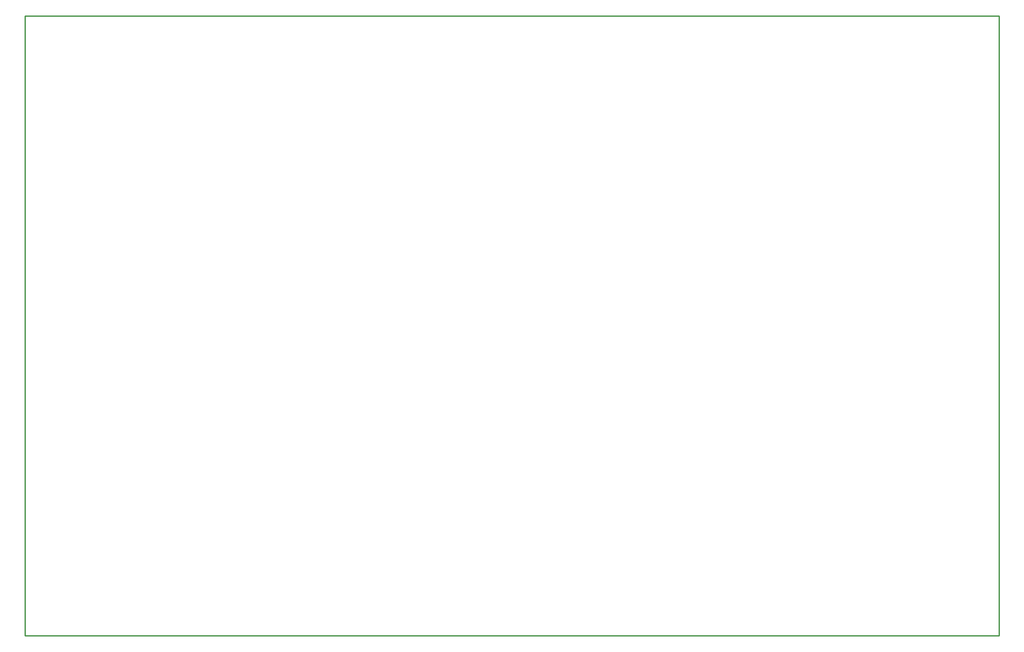
<source format=gko>
G04 Layer: BoardOutline*
G04 EasyEDA v6.3.22, 2020-03-14T22:20:27--7:00*
G04 457ca038791a4c03a2b045dd88f7922b,93ea2736136a419895ea0886014cbf9b,10*
G04 Gerber Generator version 0.2*
G04 Scale: 100 percent, Rotated: No, Reflected: No *
G04 Dimensions in inches *
G04 leading zeros omitted , absolute positions ,2 integer and 4 decimal *
%FSLAX24Y24*%
%MOIN*%
G90*
G70D02*

%ADD10C,0.010000*%
G54D10*
G01X75400Y48000D02*
G01X75400Y0D01*
G01X0Y0D01*
G01X0Y48000D01*
G01X75400Y48000D01*

%LPD*%
M00*
M02*

</source>
